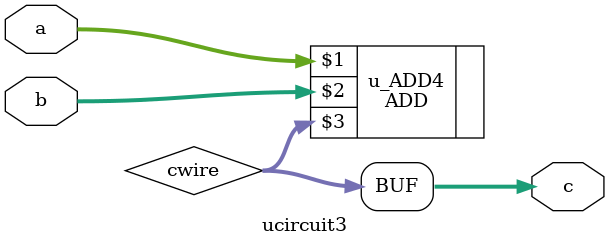
<source format=v>

module ucircuit3(

	 input [31:0] a,
	 input [15:0] b,

	 output [7:0] c
);

	 wire [7:0] cwire;
	 ADD #(0) u_ADD4 (a,b,cwire);
	 assign c = cwire;


endmodule

// *********************************************************************************
// *                            END OF GENERATED FILE                              *
// *********************************************************************************

</source>
